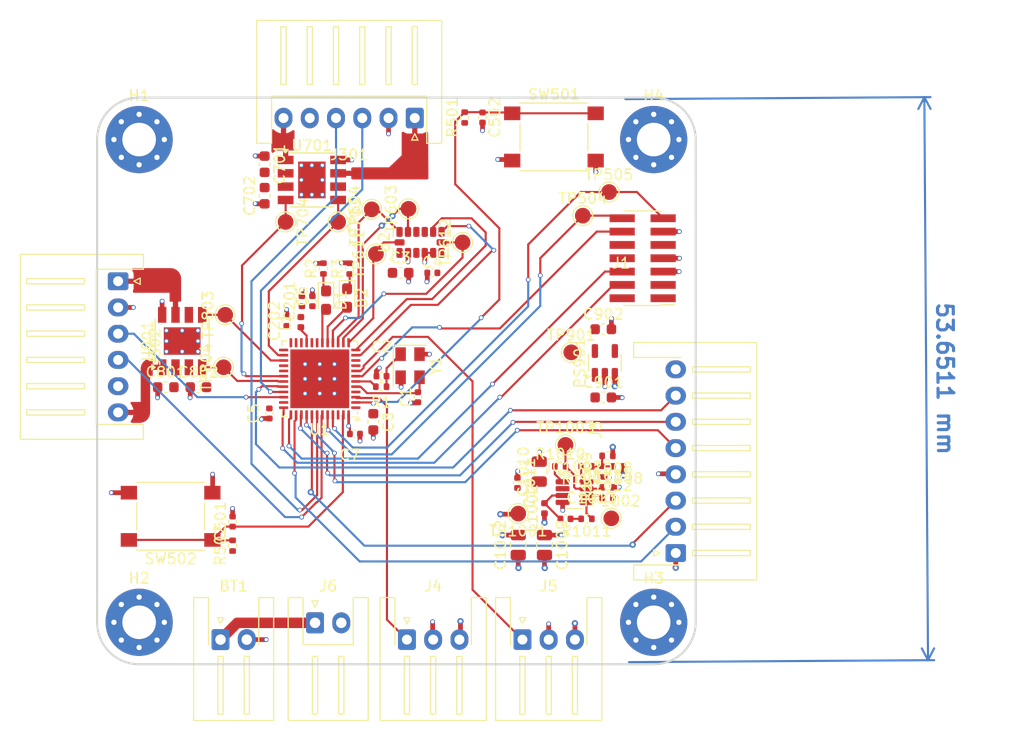
<source format=kicad_pcb>
(kicad_pcb (version 20240108) (generator "pcbnew") (generator_version "8.0")
  (title_block (title "Projet_VNOM"))
  (layers (0 "F.Cu" signal) (1 "In1.Cu" signal) (2 "In2.Cu" signal) (31 "B.Cu" signal) (34 "B.Paste" user) (35 "F.Paste" user) (36 "B.SilkS" user "B.Silkscreen") (37 "F.SilkS" user "F.Silkscreen") (38 "B.Mask" user) (39 "F.Mask" user) (44 "Edge.Cuts" user))
  (net 0 "")
  (net 1 "GND")
  (net 2 "Net-(BT1-+)")
  (net 3 "Net-(U1-PF0)")
  (net 4 "Net-(C2-Pad2)")
  (net 5 "+3.3V")
  (net 6 "+BATT")
  (net 7 "+5V")
  (net 8 "Net-(C1008-Pad2)")
  (net 9 "Net-(IC1002-SW)")
  (net 10 "Net-(C1013-Pad1)")
  (net 11 "Net-(IC1002-VCC)")
  (net 12 "/controle/LED_GREEN")
  (net 13 "Net-(D1-K)")
  (net 14 "/controle/LED_RED")
  (net 15 "Net-(D2-K)")
  (net 16 "Net-(IC1002-BST)")
  (net 17 "Net-(IC1002-PG)")
  (net 18 "Net-(IC1002-FB)")
  (net 19 "Net-(IC1002-EN{slash}SYNC)")
  (net 23 "/controle/SWCLK")
  (net 24 "/controle/VCP_RX")
  (net 26 "/controle/NRST")
  (net 27 "/controle/SWDIO")
  (net 29 "/controle/VCP_TX")
  (net 30 "/acquisition/EN_MOT")
  (net 31 "/acquisition/EN_LIDAR")
  (net 32 "/acquisition/VIT_MOT_LIDAR")
  (net 34 "/acquisition/RX_LIDAR")
  (net 35 "/acquisition/TX_LIDAR")
  (net 36 "/acquisition/TOF1")
  (net 37 "/acquisition/TOF2")
  (net 38 "/Deplacement/Driver_Motor1/OUT2")
  (net 39 "/Deplacement/Encoder B phase 1")
  (net 40 "/Deplacement/Encoder A phase 1")
  (net 41 "/Deplacement/Driver_Motor1/OUT1")
  (net 42 "/Deplacement/Encoder A phase 2")
  (net 43 "/Deplacement/Driver_Motor2/OUT1")
  (net 44 "/Deplacement/Encoder B phase 2")
  (net 45 "/Deplacement/Driver_Motor2/OUT2")
  (net 46 "Net-(U1-VDDA)")
  (net 48 "Net-(U1-PF1)")
  (net 49 "/controle/BTN_START")
  (net 50 "/controle/BTN_MODE")
  (net 53 "/acquisition/AG_MISO")
  (net 54 "/acquisition/AG_CSN")
  (net 55 "/acquisition/AG_INT2")
  (net 56 "/Deplacement/FWD2")
  (net 58 "/Deplacement/FWD1")
  (net 60 "/Deplacement/VREF1")
  (net 62 "/Deplacement/VREF2")
  (net 67 "/acquisition/AG_INT1")
  (net 68 "/acquisition/AG_MOSI")
  (net 69 "/acquisition/AG_SCLK")
  (footprint "Capacitor_SMD:C_0603_1608Metric" (layer "F.Cu") (at 89.2 63.575)
    (property "Reference" "C902")
    (property "Value" "1uF")
  )
  (footprint "Capacitor_SMD:C_0402_1005Metric" (layer "F.Cu") (at 81.025 78.22 -90)
    (property "Reference" "C1011")
    (property "Value" "0.1 uF")
  )
  (footprint "Capacitor_SMD:C_0402_1005Metric" (layer "F.Cu") (at 72.92 58.2 180)
    (property "Reference" "C4")
    (property "Value" "0.1 uF")
  )
  (footprint "Capacitor_SMD:C_0402_1005Metric" (layer "F.Cu") (at 68.08 68.05)
    (property "Reference" "C2")
    (property "Value" "10p")
  )
  (footprint "Resistor_SMD:R_0402_1005Metric" (layer "F.Cu") (at 89.1 77.14 -90)
    (property "Reference" "R1009")
    (property "Value" "7.68 k")
  )
  (footprint "TestPoint:TestPoint_Pad_D1.5mm" (layer "F.Cu") (at 67.55 56.4 90)
    (property "Reference" "TP611")
    (property "Value" "TestPoint")
  )
  (footprint "LED_SMD:LED_0603_1608Metric_Pad1.05x0.95mm_HandSolder" (layer "F.Cu") (at 62.8 60.8 -90)
    (property "Reference" "D1")
    (property "Value" "GREEN")
  )
  (footprint "Package_SO:Diodes_SO-8EP" (layer "F.Cu") (at 49.1 64.7 90)
    (property "Reference" "U801")
    (property "Value" "ZXBM5210-SP")
  )
  (footprint "Capacitor_SMD:C_0603_1608Metric" (layer "F.Cu") (at 56.9525 47.85 -90)
    (property "Reference" "C701")
    (property "Value" "1uF")
  )
  (footprint "LED_SMD:LED_0603_1608Metric_Pad1.05x0.95mm_HandSolder" (layer "F.Cu") (at 64.8 60.6 -90)
    (property "Reference" "D2")
    (property "Value" "RED")
  )
  (footprint "Connector_JST:JST_XH_S8B-XH-A-1_1x08_P2.50mm_Horizontal" (layer "F.Cu") (at 96.1 84.9 90)
    (property "Reference" "J3")
    (property "Value" "Conn_01x08")
  )
  (footprint "Capacitor_SMD:C_0805_2012Metric" (layer "F.Cu") (at 83.1 77.14 -90)
    (property "Reference" "C1010")
    (property "Value" "22 uF")
  )
  (footprint "TestPoint:TestPoint_Pad_D1.5mm" (layer "F.Cu") (at 85.6 74.595)
    (property "Reference" "TP1003")
    (property "Value" "TestPoint")
  )
  (footprint "Capacitor_SMD:C_0603_1608Metric" (layer "F.Cu") (at 47.5425 69.1)
    (property "Reference" "C801")
    (property "Value" "1uF")
  )
  (footprint "TestPoint:TestPoint_Pad_D1.5mm" (layer "F.Cu") (at 63.95 53.35 -90)
    (property "Reference" "TP703")
    (property "Value" "TestPoint")
  )
  (footprint "Package_SO:Diodes_SO-8EP" (layer "F.Cu") (at 61.45 49.35)
    (property "Reference" "U701")
    (property "Value" "ZXBM5210-SP")
  )
  (footprint "Package_TO_SOT_SMD:SOT-23-8" (layer "F.Cu") (at 86.4625 79.095)
    (property "Reference" "IC1002")
    (property "Value" "MP1475SGJ-P")
  )
  (footprint "Capacitor_SMD:C_0402_1005Metric" (layer "F.Cu") (at 59.05 62.78 90)
    (property "Reference" "C202")
    (property "Value" "100nF")
  )
  (footprint "Resistor_SMD:R_0402_1005Metric" (layer "F.Cu") (at 87.6 81.64 180)
    (property "Reference" "R1011")
    (property "Value" "20")
  )
  (footprint "Button_Switch_SMD:SW_Push_1P1T_NO_6x6mm_H9.5mm" (layer "F.Cu") (at 84.5 45.25)
    (property "Reference" "SW501")
    (property "Value" "SW_Push")
  )
  (footprint "Package_TO_SOT_SMD:SOT-23-5" (layer "F.Cu") (at 89.35 66.7875 90)
    (property "Reference" "PS901")
    (property "Value" "BU33SD5WG-TR")
  )
  (footprint "Resistor_SMD:R_0402_1005Metric" (layer "F.Cu") (at 76 43.4 90)
    (property "Reference" "R501")
    (property "Value" "470k")
  )
  (footprint "Resistor_SMD:R_0402_1005Metric" (layer "F.Cu") (at 65.05 57.8 90)
    (property "Reference" "R3")
    (property "Value" "1.3k")
  )
  (footprint "Connector_JST:JST_XH_S3B-XH-A-1_1x03_P2.50mm_Horizontal" (layer "F.Cu") (at 70.5 93.15)
    (property "Reference" "J4")
    (property "Value" "Conn_01x03")
  )
  (footprint "Connector_PinHeader_1.27mm:PinHeader_2x07_P1.27mm_Vertical_SMD" (layer "F.Cu") (at 92.95 56.81 180)
    (property "Reference" "J1")
    (property "Value" "Conn_ST_STDC14")
  )
  (footprint "Crystal:Crystal_SMD_EuroQuartz_MT-4Pin_3.2x2.5mm" (layer "F.Cu") (at 70.8 67.05 -90)
    (property "Reference" "Y1")
    (property "Value" "16 MHz")
  )
  (footprint "MountingHole:MountingHole_3.2mm_M3_Pad_Via" (layer "F.Cu") (at 94 45.5)
    (property "Reference" "H4")
    (property "Value" "MountingHole_Pad" (hide yes))
  )
  (footprint "TestPoint:TestPoint_Pad_D1.5mm" (layer "F.Cu") (at 70.65 52.1 90)
    (property "Reference" "TP603")
    (property "Value" "TestPoint")
  )
  (footprint "Resistor_SMD:R_0402_1005Metric" (layer "F.Cu") (at 89.6 79.64)
    (property "Reference" "R1012")
    (property "Value" "100k")
  )
  (footprint "MountingHole:MountingHole_3.2mm_M3_Pad_Via" (layer "F.Cu") (at 45 91.5)
    (property "Reference" "H2")
    (property "Value" "MountingHole_Pad" (hide yes))
  )
  (footprint "Capacitor_SMD:C_0402_1005Metric" (layer "F.Cu") (at 89.6 78.64)
    (property "Reference" "C1014")
    (property "Value" "0.1 uF")
  )
  (footprint "Package_DFN_QFN:QFN-48-1EP_7x7mm_P0.5mm_EP5.6x5.6mm" (layer "F.Cu") (at 62.2 68.3 180)
    (property "Reference" "U1")
    (property "Value" "STM32G431CBU6")
  )
  (footprint "Resistor_SMD:R_0402_1005Metric" (layer "F.Cu") (at 89.6 75.64 180)
    (property "Reference" "R1008")
    (property "Value" "40.2 k")
  )
  (footprint "Connector_JST:JST_XH_S2B-XH-A-1_1x02_P2.50mm_Horizontal" (layer "F.Cu") (at 52.75 93.15)
    (property "Reference" "BT1")
    (property "Value" "+7.2V")
  )
  (footprint "TestPoint:TestPoint_Pad_D1.5mm" (layer "F.Cu") (at 67.15 52.15 90)
    (property "Reference" "TP604")
    (property "Value" "TestPoint")
  )
  (footprint "TestPoint:TestPoint_Pad_D1.5mm" (layer "F.Cu") (at 53.0425 67.2 90)
    (property "Reference" "TP804")
    (property "Value" "TestPoint")
  )
  (footprint "TestPoint:TestPoint_Pad_D1.5mm" (layer "F.Cu") (at 53.195 62.2 90)
    (property "Reference" "TP803")
    (property "Value" "TestPoint")
  )
  (footprint "TestPoint:TestPoint_Pad_D1.5mm" (layer "F.Cu") (at 86.15 65.775)
    (property "Reference" "TP901")
    (property "Value" "TestPoint")
  )
  (footprint "TestPoint:TestPoint_Pad_D1.5mm" (layer "F.Cu") (at 87.25 52.75)
    (property "Reference" "TP504")
    (property "Value" "TestPoint")
  )
  (footprint "TestPoint:TestPoint_Pad_D1.5mm" (layer "F.Cu") (at 89.75 50.5)
    (property "Reference" "TP505")
    (property "Value" "TestPoint")
  )
  (footprint "Capacitor_SMD:C_0402_1005Metric" (layer "F.Cu") (at 77.7 43.4 -90)
    (property "Reference" "C502")
    (property "Value" "100nf")
  )
  (footprint "Connector_JST:JST_XH_S2B-XH-A_1x02_P2.50mm_Horizontal" (layer "F.Cu") (at 61.75 91.55)
    (property "Reference" "J6")
    (property "Value" "Switch ON/OFF")
  )
  (footprint "Capacitor_SMD:C_0402_1005Metric" (layer "F.Cu") (at 57.4 71.6 -90)
    (property "Reference" "C5")
    (property "Value" "100nF")
  )
  (footprint "Resistor_SMD:R_0402_1005Metric" (layer "F.Cu") (at 53.9 84.2 90)
    (property "Reference" "R502")
    (property "Value" "470k")
  )
  (footprint "Capacitor_SMD:C_0603_1608Metric" (layer "F.Cu") (at 50.6425 69.1)
    (property "Reference" "C802")
    (property "Value" "10uF")
  )
  (footprint "MountingHole:MountingHole_3.2mm_M3_Pad_Via" (layer "F.Cu") (at 94 91.5)
    (property "Reference" "H3")
    (property "Value" "MountingHole_Pad" (hide yes))
  )
  (footprint "Inductor_SMD:L_0402_1005Metric" (layer "F.Cu") (at 60.4 62.9 -90)
    (property "Reference" "L1")
    (property "Value" "39nH")
  )
  (footprint "Capacitor_SMD:C_0603_1608Metric" (layer "F.Cu") (at 56.9525 50.85 90)
    (property "Reference" "C702")
    (property "Value" "10uF")
  )
  (footprint "Capacitor_SMD:C_0603_1608Metric" (layer "F.Cu") (at 89.2 70.075)
    (property "Reference" "C901")
    (property "Value" "1uF")
  )
  (footprint "Capacitor_SMD:C_0805_2012Metric" (layer "F.Cu") (at 83.6 84.14 -90)
    (property "Reference" "C1009")
    (property "Value" "22 uF")
  )
  (footprint "Inductor_SMD:L_0402_1005Metric" (layer "F.Cu") (at 83.6 80.64 90)
    (property "Reference" "L1002")
    (property "Value" "4.7 uH")
  )
  (footprint "Connector_JST:JST_XH_S6B-XH-A_1x06_P2.50mm_Horizontal" (layer "F.Cu") (at 71.25 43.45 180)
    (property "Reference" "J301")
    (property "Value" "Conn_01x06")
  )
  (footprint "TestPoint:TestPoint_Pad_D1.5mm" (layer "F.Cu") (at 89.9625 81.595)
    (property "Reference" "TP1002")
    (property "Value" "TestPoint")
  )
  (footprint "Package_LGA:LGA-14_3x5mm_P0.8mm_LayoutBorder1x6y" (layer "F.Cu") (at 71.8 55.3 90)
    (property "Reference" "U2")
    (property "Value" "ADXL343")
  )
  (footprint "TestPoint:TestPoint_Pad_D1.5mm" (layer "F.Cu") (at 58.95 53.35 -90)
    (property "Reference" "TP704")
    (property "Value" "TestPoint")
  )
  (footprint "TestPoint:TestPoint_Pad_D1.5mm" (layer "F.Cu") (at 81.1 81.14 180)
    (property "Reference" "TP1001")
    (property "Value" "TestPoint")
  )
  (footprint "Connector_JST:JST_XH_S3B-XH-A-1_1x03_P2.50mm_Horizontal" (layer "F.Cu") (at 81.5 93.15)
    (property "Reference" "J5")
    (property "Value" "Conn_01x03")
  )
  (footprint "Capacitor_SMD:C_0402_1005Metric" (layer "F.Cu") (at 65.55 73.55)
    (property "Reference" "C7")
    (property "Value" "100nF")
  )
  (footprint "Resistor_SMD:R_0402_1005Metric" (layer "F.Cu") (at 87.6 76.64 180)
    (property "Reference" "R1007")
    (property "Value" "16 k")
  )
  (footprint "Capacitor_SMD:C_0402_1005Metric" (layer "F.Cu") (at 71.55 70.05 90)
    (property "Reference" "C1")
    (property "Value" "10p")
  )
  (footprint "Capacitor_SMD:C_0805_2012Metric" (layer "F.Cu") (at 81.1 84.14 90)
    (property "Reference" "C1012")
    (property "Value" "22 uF")
  )
  (footprint "Capacitor_SMD:C_0402_1005Metric" (layer "F.Cu") (at 85.6 81.64 180)
    (property "Reference" "C1013")
    (property "Value" "0.1 uF")
  )
  (footprint "Button_Switch_SMD:SW_Push_1P1T_NO_6x6mm_H9.5mm" (layer "F.Cu") (at 48 81.4 180)
    (property "Reference" "SW502")
    (property "Value" "SW_Push")
  )
  (footprint "Resistor_SMD:R_0402_1005Metric" (layer "F.Cu") (at 85.1 76.64)
    (property "Reference" "R1010")
    (property "Value" "100 k")
  )
  (footprint "Capacitor_SMD:C_0603_1608Metric" (layer "F.Cu") (at 69.9 58.2)
    (property "Reference" "C3")
    (property "Value" "10 uF")
  )
  (footprint "Connector_JST:JST_XH_S6B-XH-A_1x06_P2.50mm_Horizontal" (layer "F.Cu") (at 43 59 -90)
    (property "Reference" "J302")
    (property "Value" "Conn_01x06")
  )
  (footprint "Resistor_SMD:R_0402_1005Metric" (layer "F.Cu") (at 62.55 57.79 90)
    (property "Reference" "R2")
    (property "Value" "100")
  )
  (footprint "MountingHole:MountingHole_3.2mm_M3_Pad_Via" (layer "F.Cu") (at 45 45.5)
    (property "Reference" "H1")
    (property "Value" "MountingHole_Pad" (hide yes))
  )
  (footprint "Capacitor_SMD:C_0402_1005Metric" (layer "F.Cu") (at 53.9 81.9 90)
    (property "Reference" "C501")
    (property "Value" "100nf")
  )
  (footprint "Capacitor_SMD:C_0402_1005Metric" (layer "F.Cu") (at 61.5 60.9 90)
    (property "Reference" "C6")
    (property "Value" "100nF")
  )
  (footprint "Capacitor_SMD:C_0402_1005Metric" (layer "F.Cu") (at 90.6 76.64 180)
    (property "Reference" "C1008")
    (property "Value" "15 pF")
  )
  (footprint "Resistor_SMD:R_0402_1005Metric" (layer "F.Cu") (at 68.05 69.05 180)
    (property "Reference" "R1")
    (property "Value" "10")
  )
  (footprint "TestPoint:TestPoint_Pad_D1.5mm" (layer "F.Cu") (at 75.8 55.3 90)
    (property "Reference" "TP612")
    (property "Value" "TestPoint")
  )
  (footprint "Capacitor_SMD:C_0402_1005Metric" (layer "F.Cu") (at 60.5 60.9 90)
    (property "Reference" "C201")
    (property "Value" "10nF")
  )
  (footprint "Capacitor_SMD:C_0603_1608Metric" (layer "F.Cu") (at 67.3 72.4 -90)
    (property "Reference" "C8")
    (property "Value" "4.7uF")
  )
  (gr_line (start 45 41.5) (end 94 41.5) (stroke (width 0.2)) (layer "Edge.Cuts"))
  (gr_line (start 94 95.5) (end 45 95.5) (stroke (width 0.2)) (layer "Edge.Cuts"))
  (gr_line (start 98 45.5) (end 98 91.5) (stroke (width 0.2)) (layer "Edge.Cuts"))
  (gr_arc (start 98 91.5) (mid 96.828427 94.328427) (end 94 95.5) (stroke (width 0.2)) (layer "Edge.Cuts"))
  (gr_arc (start 41 45.5) (mid 42.171573 42.671573) (end 45 41.5) (stroke (width 0.2)) (layer "Edge.Cuts"))
  (gr_line (start 41 91.5) (end 41 45.5) (stroke (width 0.2)) (layer "Edge.Cuts"))
  (gr_arc (start 94 41.5) (mid 96.828427 42.671573) (end 98 45.5) (stroke (width 0.2)) (layer "Edge.Cuts"))
  (gr_arc (start 45 95.5) (mid 42.171573 94.328427) (end 41 91.5) (stroke (width 0.2)) (layer "Edge.Cuts"))
  (dimension (type aligned) (layer "B.Cu") (pts (xy 90.8 41.65) (xy 91.15 95.3)) (height -28.974152) (gr_text "53,6511 mm" (at 121.748497 68.27424 270.3737789) (layer "B.Cu") (effects (font (size 1.5 1.5) (thickness 0.3)))) (format (prefix "") (suffix "") (units 3) (units_format 1) (precision 4)) (style (thickness 0.2) (arrow_length 1.27) (text_position_mode 0) (extension_height 0.58642) (extension_offset 0.5) keep_text_aligned))
  (segment (start 85.325 80.07) (end 85.325 80.62) (width 0.45) (layer "F.Cu") (net 1))
  (segment (start 57.4 72.08) (end 56.72 72.08) (width 0.45) (layer "F.Cu") (net 1))
  (segment (start 81.1 83.19) (end 79.61 83.19) (width 0.45) (layer "F.Cu") (net 1))
  (segment (start 72.65 65.95) (end 71.7 65.95) (width 0.45) (layer "F.Cu") (net 1))
  (segment (start 81.05 77.715) (end 81.025 77.74) (width 0.2) (layer "F.Cu") (net 1))
  (segment (start 63.9475 47.445) (end 65.245 47.445) (width 0.45) (layer "F.Cu") (net 1))
  (segment (start 79.15 47.4) (end 80.425 47.4) (width 0.45) (layer "F.Cu") (net 1))
  (segment (start 56.9525 47.075) (end 56.075 47.075) (width 0.45) (layer "F.Cu") (net 1))
  (segment (start 80.425 47.4) (end 80.525 47.5) (width 0.2) (layer "F.Cu") (net 1))
  (segment (start 56.075 47.075) (end 56.05 47.05) (width 0.2) (layer "F.Cu") (net 1))
  (segment (start 43 61.5) (end 44.45 61.5) (width 0.45) (layer "F.Cu") (net 1))
  (segment (start 47.1925 60.9) (end 47.1925 62.2) (width 0.45) (layer "F.Cu") (net 1))
  (segment (start 57.1 93.15) (end 55.25 93.15) (width 0.45) (layer "F.Cu") (net 1))
  (segment (start 89.35 67.925) (end 89.35 69.05) (width 0.45) (layer "F.Cu") (net 1))
  (segment (start 49.85 70.0925) (end 49.85 70.1) (width 0.2) (layer "F.Cu") (net 1))
  (segment (start 71.48 70.6) (end 71.55 70.53) (width 0.2) (layer "F.Cu") (net 1))
  (segment (start 46.7675 70.075) (end 46.75 70.0925) (width 0.2) (layer "F.Cu") (net 1))
  (segment (start 56.9525 51.625) (end 56.075 51.625) (width 0.45) (layer "F.Cu") (net 1))
  (segment (start 94.9 58.08) (end 96.42 58.08) (width 0.45) (layer "F.Cu") (net 1))
  (segment (start 70.6 57.15) (end 70.6 56.3) (width 0.45) (layer "F.Cu") (net 1))
  (segment (start 72.2 56.3) (end 72.2 57.2) (width 0.45) (layer "F.Cu") (net 1))
  (segment (start 62.53 57.3) (end 62.55 57.28) (width 0.2) (layer "F.Cu") (net 1))
  (segment (start 68.75 43.45) (end 68.75 44.95) (width 0.45) (layer "F.Cu") (net 1))
  (segment (start 52 77.4) (end 52 79.125) (width 0.45) (layer "F.Cu") (net 1))
  (segment (start 47.1925 62.2) (end 47.195 62.2025) (width 0.2) (layer "F.Cu") (net 1))
  (segment (start 72.44 58.2) (end 72.44 59.01) (width 0.45) (layer "F.Cu") (net 1))
  (segment (start 81.05 77.1) (end 81.05 77.715) (width 0.45) (layer "F.Cu") (net 1))
  (segment (start 89.975 62.575) (end 90 62.55) (width 0.2) (layer "F.Cu") (net 1))
  (segment (start 90.705 78.64) (end 90.725 78.62) (width 0.2) (layer "F.Cu") (net 1))
  (segment (start 89.1 77.65) (end 89.755 77.65) (width 0.45) (layer "F.Cu") (net 1))
  (segment (start 49.8675 69.1) (end 49.8675 70.075) (width 0.45) (layer "F.Cu") (net 1))
  (segment (start 83.6 85.09) (end 83.6 86.295) (width 0.45) (layer "F.Cu") (net 1))
  (segment (start 70.675 58.2) (end 70.675 59.025) (width 0.45) (layer "F.Cu") (net 1))
  (segment (start 85.344207 80.639207) (end 85.344207 80.834983) (width 0.2) (layer "F.Cu") (net 1))
  (segment (start 94.9 54.27) (end 94.07 54.27) (width 0.2) (layer "F.Cu") (net 1))
  (segment (start 64.25 57.25) (end 65.01 57.25) (width 0.45) (layer "F.Cu") (net 1))
  (segment (start 53.9 81.42) (end 53.9 80.65) (width 0.45) (layer "F.Cu") (net 1))
  (segment (start 89.975 63.575) (end 89.975 62.575) (width 0.45) (layer "F.Cu") (net 1))
  (segment (start 85.325 80.62) (end 85.344207 80.639207) (width 0.2) (layer "F.Cu") (net 1))
  (segment (start 56.075 51.625) (end 56.05 51.6) (width 0.2) (layer "F.Cu") (net 1))
  (segment (start 49.8675 70.075) (end 49.85 70.0925) (width 0.2) (layer "F.Cu") (net 1))
  (segment (start 42.35 79.15) (end 44.025 79.15) (width 0.45) (layer "F.Cu") (net 1))
  (segment (start 70.675 56.375) (end 70.6 56.3) (width 0.2) (layer "F.Cu") (net 1))
  (segment (start 88.475 47.5) (end 88.475 48.575) (width 0.45) (layer "F.Cu") (net 1))
  (segment (start 94.45 77.35) (end 96.05 77.35) (width 0.45) (layer "F.Cu") (net 1))
  (segment (start 83.6 86.295) (end 83.625 86.32) (width 0.2) (layer "F.Cu") (net 1))
  (segment (start 67.874265 67.274265) (end 67.6 67.54853) (width 0.45) (layer "F.Cu") (net 1))
  (segment (start 84 91.65) (end 84 93.15) (width 0.45) (layer "F.Cu") (net 1))
  (segment (start 96.05 77.35) (end 96.1 77.4) (width 0.2) (layer "F.Cu") (net 1))
  (segment (start 94.9 56.81) (end 96.46 56.81) (width 0.45) (layer "F.Cu") (net 1))
  (segment (start 88.475 48.575) (end 88.5 48.6) (width 0.2) (layer "F.Cu") (net 1))
  (segment (start 77.7 43.88) (end 77.7 44.65) (width 0.45) (layer "F.Cu") (net 1))
  (segment (start 61.5 59.83) (end 61.5 60.42) (width 0.45) (layer "F.Cu") (net 1))
  (segment (start 90.975 70.075) (end 91 70.1) (width 0.2) (layer "F.Cu") (net 1))
  (segment (start 96.45 54.27) (end 94.9 54.27) (width 0.45) (layer "F.Cu") (net 1))
  (segment (start 83.125 76.165) (end 83.1 76.19) (width 0.2) (layer "F.Cu") (net 1))
  (segment (start 59.05 61.7) (end 59.05 62.3) (width 0.45) (layer "F.Cu") (net 1))
  (segment (start 72.95 93.1) (end 73 93.15) (width 0.2) (layer "F.Cu") (net 1))
  (segment (start 70.675 59.025) (end 70.65 59.05) (width 0.2) (layer "F.Cu") (net 1))
  (segment (start 83.125 75.27) (end 83.125 76.165) (width 0.45) (layer "F.Cu") (net 1))
  (segment (start 56.72 72.08) (end 56.65 72.15) (width 0.2) (layer "F.Cu") (net 1))
  (segment (start 66.03 73.55) (end 66.03 74.23) (width 0.45) (layer "F.Cu") (net 1))
  (segment (start 69.95 69.1) (end 69.95 68.2) (width 0.45) (layer "F.Cu") (net 1))
  (segment (start 65.245 47.445) (end 65.25 47.45) (width 0.2) (layer "F.Cu") (net 1))
  (segment (start 72.2 56.3) (end 73 56.3) (width 0.2) (layer "F.Cu") (net 1))
  (segment (start 72.95 91.45) (end 72.95 93.1) (width 0.45) (layer "F.Cu") (net 1))
  (segment (start 52 79.125) (end 51.975 79.15) (width 0.2) (layer "F.Cu") (net 1))
  (segment (start 69.95 68.2) (end 69.9 68.15) (width 0.2) (layer "F.Cu") (net 1))
  (segment (start 70.85 70.6) (end 71.48 70.6) (width 0.45) (layer "F.Cu") (net 1))
  (segment (start 60.5 59.83) (end 60.5 60.42) (width 0.45) (layer "F.Cu") (net 1))
  (segment (start 46.75 70.0925) (end 46.75 70.1) (width 0.2) (layer "F.Cu") (net 1))
  (segment (start 67.3 73.175) (end 67.3 73.95) (width 0.45) (layer "F.Cu") (net 1))
  (segment (start 89.755 77.65) (end 89.775 77.67) (width 0.2) (layer "F.Cu") (net 1))
  (segment (start 67.6 67.54853) (end 67.6 68.05) (width 0.45) (layer "F.Cu") (net 1))
  (segment (start 72.44 59.01) (end 72.4 59.05) (width 0.2) (layer "F.Cu") (net 1))
  (segment (start 89.975 70.075) (end 90.975 70.075) (width 0.45) (layer "F.Cu") (net 1))
  (segment (start 79.61 83.19) (end 79.6 83.2) (width 0.2) (layer "F.Cu") (net 1))
  (segment (start 46.7675 69.1) (end 46.7675 70.075) (width 0.45) (layer "F.Cu") (net 1))
  (segment (start 65.01 57.25) (end 65.05 57.29) (width 0.2) (layer "F.Cu") (net 1))
  (segment (start 61.8 57.3) (end 62.53 57.3) (width 0.45) (layer "F.Cu") (net 1))
  (segment (start 90.08 78.64) (end 90.705 78.64) (width 0.45) (layer "F.Cu") (net 1))
  (via (at 72.2 57.2) (size 0.45) (drill 0.3) (layers "F.Cu" "B.Cu") (net 1))
  (via (at 46.75 70.1) (size 0.45) (drill 0.3) (layers "F.Cu" "B.Cu") (net 1))
  (via (at 72.65 65.95) (size 0.45) (drill 0.3) (layers "F.Cu" "B.Cu") (net 1))
  (via (at 62.2 69.7) (size 0.45) (drill 0.3) (layers "F.Cu" "B.Cu") (net 1))
  (via (at 96.46 56.81) (size 0.45) (drill 0.3) (layers "F.Cu" "B.Cu") (net 1))
  (via (at 49.85 70.1) (size 0.45) (drill 0.3) (layers "F.Cu" "B.Cu") (net 1))
  (via (at 52 77.4) (size 0.45) (drill 0.3) (layers "F.Cu" "B.Cu") (net 1))
  (via (at 50.6 65.7) (size 0.45) (drill 0.3) (layers "F.Cu" "B.Cu") (net 1))
  (via (at 53.9 80.65) (size 0.45) (drill 0.3) (layers "F.Cu" "B.Cu") (net 1))
  (via (at 62.45 49.35) (size 0.45) (drill 0.3) (layers "F.Cu" "B.Cu") (net 1))
  (via (at 84 91.65) (size 0.45) (drill 0.3) (layers "F.Cu" "B.Cu") (net 1))
  (via (at 66.03 74.23) (size 0.45) (drill 0.3) (layers "F.Cu" "B.Cu") (net 1))
  (via (at 56.65 72.15) (size 0.45) (drill 0.3) (layers "F.Cu" "B.Cu") (net 1))
  (via (at 61.45 50.75) (size 0.45) (drill 0.3) (layers "F.Cu" "B.Cu") (net 1))
  (via (at 67.3 73.95) (size 0.45) (drill 0.3) (layers "F.Cu" "B.Cu") (net 1))
  (via (at 47.6 64.7) (size 0.45) (drill 0.3) (layers "F.Cu" "B.Cu") (net 1))
  (via (at 89.35 69.05) (size 0.45) (drill 0.3) (layers "F.Cu" "B.Cu") (net 1))
  (via (at 50.6 63.7) (size 0.45) (drill 0.3) (layers "F.Cu" "B.Cu") (net 1))
  (via (at 47.1925 60.9) (size 0.45) (drill 0.3) (layers "F.Cu" "B.Cu") (net 1))
  (via (at 77.7 44.65) (size 0.45) (drill 0.3) (layers "F.Cu" "B.Cu") (net 1))
  (via (at 60.45 49.35) (size 0.45) (drill 0.3) (layers "F.Cu" "B.Cu") (net 1))
  (via (at 60.45 47.95) (size 0.45) (drill 0.3) (layers "F.Cu" "B.Cu") (net 1))
  (via (at 62.2 66.9) (size 0.45) (drill 0.3) (layers "F.Cu" "B.Cu") (net 1))
  (via (at 72.95 91.45) (size 0.45) (drill 0.3) (layers "F.Cu" "B.Cu") (net 1))
  (via (at 61.5 59.83) (size 0.45) (drill 0.3) (layers "F.Cu" "B.Cu") (net 1))
  (via (at 42.35 79.15) (size 0.45) (drill 0.3) (layers "F.Cu" "B.Cu") (net 1))
  (via (at 49.1 65.7) (size 0.45) (drill 0.3) (layers "F.Cu" "B.Cu") (net 1))
  (via (at 63.6 66.9) (size 0.45) (drill 0.3) (layers "F.Cu" "B.Cu") (net 1))
  (via (at 64.25 57.25) (size 0.45) (drill 0.3) (layers "F.Cu" "B.Cu") (net 1))
  (via (at 68.75 44.95) (size 0.45) (drill 0.3) (layers "F.Cu" "B.Cu") (net 1))
  (via (at 90 62.55) (size 0.45) (drill 0.3) (layers "F.Cu" "B.Cu") (net 1))
  (via (at 83.625 86.32) (size 0.6) (drill 0.3) (layers "F.Cu" "B.Cu") (net 1))
  (via (at 70.6 57.15) (size 0.45) (drill 0.3) (layers "F.Cu" "B.Cu") (net 1))
  (via (at 63.6 68.3) (size 0.45) (drill 0.3) (layers "F.Cu" "B.Cu") (net 1))
  (via (at 60.8 68.3) (size 0.45) (drill 0.3) (layers "F.Cu" "B.Cu") (net 1))
  (via (at 96.42 58.08) (size 0.45) (drill 0.3) (layers "F.Cu" "B.Cu") (net 1))
  (via (at 70.85 70.6) (size 0.45) (drill 0.3) (layers "F.Cu" "B.Cu") (net 1))
  (via (at 62.45 47.95) (size 0.45) (drill 0.3) (layers "F.Cu" "B.Cu") (net 1))
  (via (at 56.05 51.6) (size 0.45) (drill 0.3) (layers "F.Cu" "B.Cu") (net 1))
  (via (at 56.05 47.05) (size 0.45) (drill 0.3) (layers "F.Cu" "B.Cu") (net 1))
  (via (at 96.45 54.27) (size 0.45) (drill 0.3) (layers "F.Cu" "B.Cu") (net 1))
  (via (at 81.05 77.1) (size 0.45) (drill 0.3) (layers "F.Cu" "B.Cu") (net 1))
  (via (at 60.45 50.75) (size 0.45) (drill 0.3) (layers "F.Cu" "B.Cu") (net 1))
  (via (at 62.45 50.75) (size 0.45) (drill 0.3) (layers "F.Cu" "B.Cu") (net 1))
  (via (at 79.15 47.4) (size 0.45) (drill 0.3) (layers "F.Cu" "B.Cu") (net 1))
  (via (at 90.725 78.62) (size 0.45) (drill 0.3) (layers "F.Cu" "B.Cu") (net 1))
  (via (at 60.5 59.83) (size 0.45) (drill 0.3) (layers "F.Cu" "B.Cu") (net 1))
  (via (at 91 70.1) (size 0.45) (drill 0.3) (layers "F.Cu" "B.Cu") (net 1))
  (via (at 59.05 61.7) (size 0.45) (drill 0.3) (layers "F.Cu" "B.Cu") (net 1))
  (via (at 70.65 59.05) (size 0.45) (drill 0.3) (layers "F.Cu" "B.Cu") (net 1))
  (via (at 47.6 63.7) (size 0.45) (drill 0.3) (layers "F.Cu" "B.Cu") (net 1))
  (via (at 61.45 47.95) (size 0.45) (drill 0.3) (layers "F.Cu" "B.Cu") (net 1))
  (via (at 60.8 66.9) (size 0.45) (drill 0.3) (layers "F.Cu" "B.Cu") (net 1))
  (via (at 65.25 47.45) (size 0.45) (drill 0.3) (layers "F.Cu" "B.Cu") (net 1))
  (via (at 44.45 61.5) (size 0.45) (drill 0.3) (layers "F.Cu" "B.Cu") (net 1))
  (via (at 50.6 64.7) (size 0.45) (drill 0.3) (layers "F.Cu" "B.Cu") (net 1))
  (via (at 88.5 48.6) (size 0.45) (drill 0.3) (layers "F.Cu" "B.Cu") (net 1))
  (via (at 79.6 83.2) (size 0.6) (drill 0.3) (layers "F.Cu" "B.Cu") (net 1))
  (via (at 60.8 69.7) (size 0.45) (drill 0.3) (layers "F.Cu" "B.Cu") (net 1))
  (via (at 47.6 65.7) (size 0.45) (drill 0.3) (layers "F.Cu" "B.Cu") (net 1))
  (via (at 61.8 57.3) (size 0.45) (drill 0.3) (layers "F.Cu" "B.Cu") (net 1))
  (via (at 49.1 63.7) (size 0.45) (drill 0.3) (layers "F.Cu" "B.Cu") (net 1))
  (via (at 72.4 59.05) (size 0.45) (drill 0.3) (layers "F.Cu" "B.Cu") (net 1))
  (via (at 69.95 69.1) (size 0.45) (drill 0.3) (layers "F.Cu" "B.Cu") (net 1))
  (via (at 67.874265 67.274265) (size 0.45) (drill 0.3) (layers "F.Cu" "B.Cu") (net 1))
  (via (at 94.45 77.35) (size 0.45) (drill 0.3) (layers "F.Cu" "B.Cu") (net 1))
  (via (at 63.6 69.7) (size 0.45) (drill 0.3) (layers "F.Cu" "B.Cu") (net 1))
  (via (at 83.125 75.27) (size 0.45) (drill 0.3) (layers "F.Cu" "B.Cu") (net 1))
  (via (at 62.2 68.3) (size 0.45) (drill 0.3) (layers "F.Cu" "B.Cu") (net 1))
  (via (at 57.1 93.15) (size 0.45) (drill 0.3) (layers "F.Cu" "B.Cu") (net 1))
  (via (at 85.344207 80.834983) (size 0.45) (drill 0.3) (layers "F.Cu" "B.Cu") (net 1))
  (via (at 89.775 77.67) (size 0.45) (drill 0.3) (layers "F.Cu" "B.Cu") (net 1))
  (segment (start 54.35 91.55) (end 52.75 93.15) (width 1) (layer "F.Cu") (net 2))
  (segment (start 61.75 91.55) (end 54.35 91.55) (width 1) (layer "F.Cu") (net 2))
  (segment (start 71.7 68.15) (end 71.7 69.42) (width 0.2) (layer "F.Cu") (net 3))
  (segment (start 71.55 69.57) (end 71.45 69.67) (width 0.2) (layer "F.Cu") (net 3))
  (segment (start 66.089386 69.05) (end 65.6375 69.05) (width 0.2) (layer "F.Cu") (net 3))
  (segment (start 71.7 69.42) (end 71.55 69.57) (width 0.2) (layer "F.Cu") (net 3))
  (segment (start 71.45 69.67) (end 66.709386 69.67) (width 0.2) (layer "F.Cu") (net 3))
  (segment (start 66.709386 69.67) (end 66.089386 69.05) (width 0.2) (layer "F.Cu") (net 3))
  (segment (start 68.56 67.29) (end 68.56 68.05) (width 0.2) (layer "F.Cu") (net 4))
  (segment (start 68.56 68.05) (end 68.56 69.05) (width 0.2) (layer "F.Cu") (net 4))
  (segment (start 69.9 65.95) (end 68.56 67.29) (width 0.2) (layer "F.Cu") (net 4))
  (segment (start 94.9 59.35) (end 95.73 59.35) (width 0.2) (layer "F.Cu") (net 5))
  (segment (start 64.95 72.8) (end 64.95 71.7375) (width 0.25) (layer "F.Cu") (net 5))
  (segment (start 65.07 73.55) (end 65.07 72.92) (width 0.2) (layer "F.Cu") (net 5))
  (segment (start 65.07 72.92) (end 64.95 72.8) (width 0.2) (layer "F.Cu") (net 5))
  (via (at 64.95 72.8) (size 0.45) (drill 0.3) (layers "F.Cu" "B.Cu") (net 5))
  (segment (start 79.4 81.2) (end 81.04 81.2) (width 0.45) (layer "F.Cu") (net 7))
  (segment (start 90.1 75.63) (end 90.11 75.64) (width 0.2) (layer "F.Cu") (net 7))
  (segment (start 91.08 77.48) (end 91.1 77.5) (width 0.2) (layer "F.Cu") (net 7))
  (segment (start 75.6 91.4) (end 75.6 93.05) (width 0.45) (layer "F.Cu") (net 7))
  (segment (start 91.08 76.64) (end 91.08 77.48) (width 0.45) (layer "F.Cu") (net 7))
  (segment (start 90.3 67.925) (end 90.3 69) (width 0.45) (layer "F.Cu") (net 7))
  (segment (start 83.6 83.19) (end 85.19 83.19) (width 0.45) (layer "F.Cu") (net 7))
  (segment (start 81.1 85.09) (end 81.1 86.295) (width 0.45) (layer "F.Cu") (net 7))
  (segment (start 75.6 93.05) (end 75.5 93.15) (width 0.2) (layer "F.Cu") (net 7))
  (segment (start 86.5 91.6) (end 86.5 93.15) (width 0.45) (layer "F.Cu") (net 7))
  (segment (start 85.19 83.19) (end 85.2 83.2) (width 0.2) (layer "F.Cu") (net 7))
  (segment (start 90.1 74.8) (end 90.1 75.63) (width 0.45) (layer "F.Cu") (net 7))
  (segment (start 81.04 81.2) (end 81.1 81.14) (width 0.2) (layer "F.Cu") (net 7))
  (segment (start 83.6 82) (end 83.6 81.125) (width 0.45) (layer "F.Cu") (net 7))
  (segment (start 81.1 86.295) (end 81.125 86.32) (width 0.2) (layer "F.Cu") (net 7))
  (segment (start 96.1 84.9) (end 96.1 86.3) (width 0.45) (layer "F.Cu") (net 7))
  (via (at 90.1 74.8) (size 0.6) (drill 0.3) (layers "F.Cu" "B.Cu") (net 7))
  (via (at 79.4 81.2) (size 0.6) (drill 0.3) (layers "F.Cu" "B.Cu") (net 7))
  (via (at 75.6 91.4) (size 0.6) (drill 0.3) (layers "F.Cu" "B.Cu") (net 7))
  (via (at 81.125 86.32) (size 0.6) (drill 0.3) (layers "F.Cu" "B.Cu") (net 7))
  (via (at 90.3 69) (size 0.6) (drill 0.3) (layers "F.Cu" "B.Cu") (net 7))
  (via (at 91.1 77.5) (size 0.6) (drill 0.3) (layers "F.Cu" "B.Cu") (net 7))
  (via (at 85.2 83.2) (size 0.6) (drill 0.3) (layers "F.Cu" "B.Cu") (net 7))
  (via (at 83.6 82) (size 0.6) (drill 0.3) (layers "F.Cu" "B.Cu") (net 7))
  (via (at 96.1 86.3) (size 0.6) (drill 0.3) (layers "F.Cu" "B.Cu") (net 7))
  (via (at 86.5 91.6) (size 0.6) (drill 0.3) (layers "F.Cu" "B.Cu") (net 7))
  (segment (start 89.11 76.64) (end 89.1 76.63) (width 0.2) (layer "F.Cu") (net 8))
  (segment (start 89.09 76.62) (end 89.1 76.63) (width 0.2) (layer "F.Cu") (net 8))
  (segment (start 89.09 75.64) (end 89.09 76.62) (width 0.2) (layer "F.Cu") (net 8))
  (segment (start 88.11 76.64) (end 89.09 76.64) (width 0.2) (layer "F.Cu") (net 8))
  (segment (start 90.12 76.64) (end 89.11 76.64) (width 0.2) (layer "F.Cu") (net 8))
  (segment (start 89.09 76.64) (end 89.1 76.63) (width 0.2) (layer "F.Cu") (net 8))
  (segment (start 83.6 80.155) (end 84.335 79.42) (width 0.2) (layer "F.Cu") (net 9))
  (segment (start 84.335 79.42) (end 85.325 79.42) (width 0.2) (layer "F.Cu") (net 9))
  (segment (start 83.6 80.155) (end 85.085 81.64) (width 0.2) (layer "F.Cu") (net 9))
  (segment (start 85.085 81.64) (end 85.12 81.64) (width 0.2) (layer "F.Cu") (net 9))
  (segment (start 86.08 81.64) (end 87.09 81.64) (width 0.2) (layer "F.Cu") (net 10))
  (segment (start 85.6 76.63) (end 85.61 76.64) (width 0.2) (layer "F.Cu") (net 11))
  (segment (start 85.61 76.64) (end 86.425 77.455) (width 0.2) (layer "F.Cu") (net 11))
  (segment (start 86.575 78.77) (end 87.6 78.77) (width 0.2) (layer "F.Cu") (net 11))
  (segment (start 86.425 77.455) (end 86.425 78.62) (width 0.2) (layer "F.Cu") (net 11))
  (segment (start 86.425 78.62) (end 86.575 78.77) (width 0.2) (layer "F.Cu") (net 11))
  (segment (start 85.6 74.595) (end 85.6 76.63) (width 0.2) (layer "F.Cu") (net 11))
  (segment (start 88.99 78.77) (end 87.6 78.77) (width 0.2) (layer "F.Cu") (net 11))
  (segment (start 89.12 78.64) (end 88.99 78.77) (width 0.2) (layer "F.Cu") (net 11))
  (segment (start 62.45 62.025) (end 62.45 64.8625) (width 0.2) (layer "F.Cu") (net 12))
  (segment (start 62.8 61.675) (end 62.45 62.025) (width 0.2) (layer "F.Cu") (net 12))
  (segment (start 62.55 59.675) (end 62.8 59.925) (width 0.2) (layer "F.Cu") (net 13))
  (segment (start 62.55 58.3) (end 62.55 59.675) (width 0.2) (layer "F.Cu") (net 13))
  (segment (start 64.8 61.475) (end 62.95 63.325) (width 0.2) (layer "F.Cu") (net 14))
  (segment (start 62.95 63.325) (end 62.95 64.8625) (width 0.2) (layer "F.Cu") (net 14))
  (segment (start 63 64.8125) (end 62.95 64.8625) (width 0.2) (layer "F.Cu") (net 14))
  (segment (start 65.05 59.475) (end 64.8 59.725) (width 0.2) (layer "F.Cu") (net 15))
  (segment (start 65.05 58.31) (end 65.05 59.475) (width 0.2) (layer "F.Cu") (net 15))
  (segment (start 87.6 81.13) (end 88.11 81.64) (width 0.2) (layer "F.Cu") (net 16))
  (segment (start 87.6 80.07) (end 87.6 81.13) (width 0.2) (layer "F.Cu") (net 16))
  (segment (start 84.59 76.64) (end 84.59 77.385) (width 0.2) (layer "F.Cu") (net 17))
  (segment (start 84.59 77.385) (end 85.325 78.12) (width 0.2) (layer "F.Cu") (net 17))
  (segment (start 87.09 77.61) (end 87.6 78.12) (width 0.2) (layer "F.Cu") (net 18))
  (segment (start 87.09 76.64) (end 87.09 77.61) (width 0.2) (layer "F.Cu") (net 18))
  (segment (start 89.09 79.64) (end 88.87 79.42) (width 0.2) (layer "F.Cu") (net 19))
  (segment (start 88.87 79.42) (end 87.6 79.42) (width 0.2) (layer "F.Cu") (net 19))
  (segment (start 59.45 72) (end 59.45 71.7375) (width 0.2) (layer "F.Cu") (net 23))
  (segment (start 59.275 74.7) (end 59.275 72.175) (width 0.2) (layer "F.Cu") (net 23))
  (segment (start 91 58.08) (end 89.37 58.08) (width 0.2) (layer "F.Cu") (net 23))
  (segment (start 89.37 58.08) (end 78.65 68.8) (width 0.2) (layer "F.Cu") (net 23))
  (segment (start 59.275 72.175) (end 59.45 72) (width 0.2) (layer "F.Cu") (net 23))
  (segment (start 90.92 58) (end 91 58.08) (width 0.2) (layer "F.Cu") (net 23))
  (via (at 59.275 74.7) (size 0.45) (drill 0.3) (layers "F.Cu" "B.Cu") (net 23))
  (via (at 78.65 68.8) (size 0.45) (drill 0.3) (layers "F.Cu" "B.Cu") (net 23))
  (segment (start 71.55 75.9) (end 78.65 68.8) (width 0.2) (layer "B.Cu") (net 23))
  (segment (start 60.475 75.9) (end 71.55 75.9) (width 0.2) (layer "B.Cu") (net 23))
  (segment (start 59.275 74.7) (end 60.475 75.9) (width 0.2) (layer "B.Cu") (net 23))
  (segment (start 92.4 50.5) (end 94.9 53) (width 0.2) (layer "F.Cu") (net 24))
  (segment (start 63.619076 73.034772) (end 63.45 72.865696) (width 0.2) (layer "F.Cu") (net 24))
  (segment (start 89.75 50.5) (end 92.4 50.5) (width 0.2) (layer "F.Cu") (net 24))
  (segment (start 87.05 50.5) (end 82.05 55.5) (width 0.2) (layer "F.Cu") (net 24))
  (segment (start 63.45 72.865696) (end 63.45 71.7375) (width 0.2) (layer "F.Cu") (net 24))
  (segment (start 94.9 53) (end 95.8 53) (width 0.2) (layer "F.Cu") (net 24))
  (segment (start 82.05 55.5) (end 82.05 58.85) (width 0.2) (layer "F.Cu") (net 24))
  (segment (start 89.75 50.5) (end 87.05 50.5) (width 0.2) (layer "F.Cu") (net 24))
  (via (at 82.05 58.85) (size 0.45) (drill 0.3) (layers "F.Cu" "B.Cu") (net 24))
  (via (at 63.619076 73.034772) (size 0.45) (drill 0.3) (layers "F.Cu" "B.Cu") (net 24))
  (segment (start 82.05 61.4) (end 82.05 58.85) (width 0.2) (layer "B.Cu") (net 24))
  (segment (start 63.619076 73.034772) (end 63.619076 73.119076) (width 0.2) (layer "B.Cu") (net 24))
  (segment (start 68.6 74.85) (end 82.05 61.4) (width 0.2) (layer "B.Cu") (net 24))
  (segment (start 63.619076 73.119076) (end 65.35 74.85) (width 0.2) (layer "B.Cu") (net 24))
  (segment (start 65.35 74.85) (end 68.6 74.85) (width 0.2) (layer "B.Cu") (net 24))
  (segment (start 66.25 68.05) (end 65.6375 68.05) (width 0.2) (layer "F.Cu") (net 26))
  (segment (start 67.95 66.35) (end 66.25 68.05) (width 0.2) (layer "F.Cu") (net 26))
  (segment (start 73.7 63.5) (end 79.35 63.5) (width 0.2) (layer "F.Cu") (net 26))
  (segment (start 73.6 63.4) (end 73.7 63.5) (width 0.2) (layer "F.Cu") (net 26))
  (segment (start 88.58 54.27) (end 91 54.27) (width 0.2) (layer "F.Cu") (net 26))
  (segment (start 68.1 66.35) (end 67.95 66.35) (width 0.2) (layer "F.Cu") (net 26))
  (segment (start 79.35 63.5) (end 88.58 54.27) (width 0.2) (layer "F.Cu") (net 26))
  (segment (start 90.73 54) (end 91 54.27) (width 0.2) (layer "F.Cu") (net 26))
  (via (at 68.1 66.35) (size 0.45) (drill 0.3) (layers "F.Cu" "B.Cu") (net 26))
  (via (at 73.6 63.4) (size 0.45) (drill 0.3) (layers "F.Cu" "B.Cu") (net 26))
  (segment (start 73.6 63.4) (end 71 63.4) (width 0.2) (layer "B.Cu") (net 26))
  (segment (start 71 63.4) (end 68.1 66.3) (width 0.2) (layer "B.Cu") (net 26))
  (segment (start 68.1 66.3) (end 68.1 66.35) (width 0.2) (layer "B.Cu") (net 26))
  (segment (start 90.17 59.35) (end 79.47 70.05) (width 0.2) (layer "F.Cu") (net 27))
  (segment (start 58.664132 71.752002) (end 58.7625 71.653634) (width 0.2) (layer "F.Cu") (net 27))
  (segment (start 79.47 70.05) (end 79.35 70.05) (width 0.2) (layer "F.Cu") (net 27))
  (segment (start 91 59.35) (end 90.17 59.35) (width 0.2) (layer "F.Cu") (net 27))
  (segment (start 58.664132 74.922134) (end 58.664132 71.752002) (width 0.2) (layer "F.Cu") (net 27))
  (segment (start 58.7625 71.653634) (end 58.7625 71.05) (width 0.2) (layer "F.Cu") (net 27))
  (via (at 79.35 70.05) (size 0.45) (drill 0.3) (layers "F.Cu" "B.Cu") (net 27))
  (via (at 58.664132 74.922134) (size 0.45) (drill 0.3) (layers "F.Cu" "B.Cu") (net 27))
  (segment (start 60.041998 76.3) (end 73.1 76.3) (width 0.2) (layer "B.Cu") (net 27))
  (segment (start 73.1 76.3) (end 79.35 70.05) (width 0.2) (layer "B.Cu") (net 27))
  (segment (start 58.664132 74.922134) (end 60.041998 76.3) (width 0.2) (layer "B.Cu") (net 27))
  (segment (start 87.25 52.75) (end 90.75 52.75) (width 0.2) (layer "F.Cu") (net 29))
  (segment (start 87.25 52.75) (end 83.2 56.8) (width 0.2) (layer "F.Cu") (net 29))
  (segment (start 90.75 52.75) (end 91 53) (width 0.2) (layer "F.Cu") (net 29))
  (segment (start 62.984312 73.174695) (end 62.95 73.140383) (width 0.2) (layer "F.Cu") (net 29))
  (segment (start 83.2 56.8) (end 83.2 58.45) (width 0.2) (layer "F.Cu") (net 29))
  (segment (start 62.95 73.140383) (end 62.95 71.7375) (width 0.2) (layer "F.Cu") (net 29))
  (via (at 62.984312 73.174695) (size 0.45) (drill 0.3) (layers "F.Cu" "B.Cu") (net 29))
  (via (at 83.2 58.45) (size 0.45) (drill 0.3) (layers "F.Cu" "B.Cu") (net 29))
  (segment (start 65.309617 75.5) (end 69.05 75.5) (width 0.2) (layer "B.Cu") (net 29))
  (segment (start 83.2 61.35) (end 83.2 58.45) (width 0.2) (layer "B.Cu") (net 29))
  (segment (start 62.984312 73.174695) (end 65.309617 75.5) (width 0.2) (layer "B.Cu") (net 29))
  (segment (start 69.05 75.5) (end 83.2 61.35) (width 0.2) (layer "B.Cu") (net 29))
  (segment (start 81 73.2) (end 94.4 73.2) (width 0.2) (layer "F.Cu") (net 30))
  (segment (start 60.925 72.7) (end 60.95 72.675) (width 0.2) (layer "F.Cu") (net 30))
  (segment (start 94.4 73.2) (end 96.1 74.9) (width 0.2) (layer "F.Cu") (net 30))
  (segment (start 63.65003 78.025) (end 63.6 77.97497) (width 0.2) (layer "F.Cu") (net 30))
  (segment (start 60.95 72.675) (end 60.95 71.7375) (width 0.2) (layer "F.Cu") (net 30))
  (segment (start 63.6 77.97497) (end 63.6 75.375) (width 0.2) (layer "F.Cu") (net 30))
  (via (at 60.925 72.7) (size 0.45) (drill 0.3) (layers "F.Cu" "B.Cu") (net 30))
  (via (at 63.6 75.375) (size 0.45) (drill 0.3) (layers "F.Cu" "B.Cu") (net 30))
  (via (at 63.65003 78.025) (size 0.45) (drill 0.3) (layers "F.Cu" "B.Cu") (net 30))
  (via (at 81.01 73.2) (size 0.45) (drill 0.3) (layers "F.Cu" "B.Cu") (net 30))
  (segment (start 60.925 72.7) (end 60.967463 72.7) (width 0.2) (layer "B.Cu") (net 30))
  (segment (start 63.65003 78.025) (end 63.77503 78.15) (width 0.2) (layer "B.Cu") (net 30))
  (segment (start 63.425 75.2) (end 63.6 75.375) (width 0.2) (layer "B.Cu") (net 30))
  (segment (start 63.77503 78.15) (end 76.05 78.15) (width 0.2) (layer "B.Cu") (net 30))
  (segment (start 76.05 78.15) (end 80.85 73.35) (width 0.2) (layer "B.Cu") (net 30))
  (segment (start 63.425 75.157537) (end 63.425 75.2) (width 0.2) (layer "B.Cu") (net 30))
  (segment (start 60.967463 72.7) (end 63.425 75.157537) (width 0.2) (layer "B.Cu") (net 30))
  (segment (start 80.6 72.45) (end 80.65 72.4) (width 0.2) (layer "F.Cu") (net 31))
  (segment (start 62.95 77.275) (end 62.9 77.225) (width 0.2) (layer "F.Cu") (net 31))
  (segment (start 60.358614 72.958849) (end 60.4 72.917463) (width 0.2) (layer "F.Cu") (net 31))
  (segment (start 60.4 72.917463) (end 60.4 71.7875) (width 0.2) (layer "F.Cu") (net 31))
  (segment (start 80.65 72.4) (end 96.1 72.4) (width 0.2) (layer "F.Cu") (net 31))
  (segment (start 62.9 77.225) (end 62.9 75.375) (width 0.2) (layer "F.Cu") (net 31))
  (segment (start 60.4 71.7875) (end 60.45 71.7375) (width 0.2) (layer "F.Cu") (net 31))
  (segment (start 60.358614 73.01892) (end 60.358614 72.958849) (width 0.2) (layer "F.Cu") (net 31))
  (via (at 62.95 77.275) (size 0.45) (drill 0.3) (layers "F.Cu" "B.Cu") (net 31))
  (via (at 60.358614 73.01892) (size 0.45) (drill 0.3) (layers "F.Cu" "B.Cu") (net 31))
  (via (at 80.6 72.45) (size 0.45) (drill 0.3) (layers "F.Cu" "B.Cu") (net 31))
  (via (at 62.9 75.375) (size 0.45) (drill 0.3) (layers "F.Cu" "B.Cu") (net 31))
  (segment (start 62.714694 75.375) (end 62.9 75.375) (width 0.2) (layer "B.Cu") (net 31))
  (segment (start 63.175 77.5) (end 75.55 77.5) (width 0.2) (layer "B.Cu") (net 31))
  (segment (start 75.55 77.5) (end 80.6 72.45) (width 0.2) (layer "B.Cu") (net 31))
  (segment (start 60.358614 73.01892) (end 62.714694 75.375) (width 0.2) (layer "B.Cu") (net 31))
  (segment (start 62.95 77.275) (end 63.175 77.5) (width 0.2) (layer "B.Cu") (net 31))
  (segment (start 58.3 69.05) (end 58.7625 69.05) (width 0.2) (layer "F.Cu") (net 32))
  (segment (start 56.7 69) (end 58.25 69) (width 0.2) (layer "F.Cu") (net 32))
  (segment (start 96.1 69.9) (end 94.7 71.3) (width 0.2) (layer "F.Cu") (net 32))
  (segment (start 94.7 71.3) (end 80.35 71.3) (width 0.2) (layer "F.Cu") (net 32))
  (segment (start 58.179242 69.05) (end 58.3 69.05) (width 0.2) (layer "F.Cu") (net 32))
  (segment (start 56.4 69.3) (end 56.7 69) (width 0.2) (layer "F.Cu") (net 32))
  (segment (start 58.25 69) (end 58.3 69.05) (width 0.2) (layer "F.Cu") (net 32))
  (via (at 56.4 69.3) (size 0.45) (drill 0.3) (layers "F.Cu" "B.Cu") (net 32))
  (via (at 80.35 71.3) (size 0.45) (drill 0.3) (layers "F.Cu" "B.Cu") (net 32))
  (segment (start 74.9 76.75) (end 80.35 71.3) (width 0.2) (layer "B.Cu") (net 32))
  (segment (start 58.35 76.75) (end 74.9 76.75) (width 0.2) (layer "B.Cu") (net 32))
  (segment (start 56.4 69.3) (end 56.125 69.575) (width 0.2) (layer "B.Cu") (net 32))
  (segment (start 56.125 69.575) (end 56.125 74.525) (width 0.2) (layer "B.Cu") (net 32))
  (segment (start 56.125 74.525) (end 58.35 76.75) (width 0.2) (layer "B.Cu") (net 32))
  (segment (start 61.45 79) (end 61.35 79.1) (width 0.2) (layer "F.Cu") (net 34))
  (segment (start 92 84.1) (end 92 84) (width 0.2) (layer "F.Cu") (net 34))
  (segment (start 92 84) (end 96.1 79.9) (width 0.2) (layer "F.Cu") (net 34))
  (segment (start 61.45 71.7375) (end 61.45 79) (width 0.2) (layer "F.Cu") (net 34))
  (via (at 61.35 79.1) (size 0.6) (drill 0.3) (layers "F.Cu" "B.Cu") (net 34))
  (via (at 92 84.1) (size 0.6) (drill 0.3) (layers "F.Cu" "B.Cu") (net 34))
  (segment (start 66.45 84.2) (end 61.35 79.1) (width 0.2) (layer "B.Cu") (net 34))
  (segment (start 91.9 84.2) (end 66.45 84.2) (width 0.2) (layer "B.Cu") (net 34))
  (segment (start 92 84.1) (end 91.9 84.2) (width 0.2) (layer "B.Cu") (net 34))
  (segment (start 59.8 72.339386) (end 59.95 72.189386) (width 0.2) (layer "F.Cu") (net 35))
  (segment (start 59.8 77.3) (end 59.8 72.339386) (width 0.2) (layer "F.Cu") (net 35))
  (segment (start 59.95 72.189386) (end 59.95 71.7375) (width 0.2) (layer "F.Cu") (net 35))
  (via (at 59.8 77.3) (size 0.45) (drill 0.3) (layers "F.Cu" "B.Cu") (net 35))
  (segment (start 59.9 79.6) (end 59.9 77.4) (width 0.2) (layer "B.Cu") (net 35))
  (segment (start 96.1 82.4) (end 92.8 85.7) (width 0.2) (layer "B.Cu") (net 35))
  (segment (start 66.025 85.7) (end 66 85.7) (width 0.2) (layer "B.Cu") (net 35))
  (segment (start 59.9 77.4) (end 59.8 77.3) (width 0.2) (layer "B.Cu") (net 35))
  (segment (start 92.8 85.7) (end 66.05 85.7) (width 0.2) (layer "B.Cu") (net 35))
  (segment (start 66 85.7) (end 59.9 79.6) (width 0.2) (layer "B.Cu") (net 35))
  (segment (start 65.7125 70.125) (end 67.825 70.125) (width 0.2) (layer "F.Cu") (net 36))
  (segment (start 65.6375 70.05) (end 65.7125 70.125) (width 0.2) (layer "F.Cu") (net 36))
  (segment (start 67.825 70.125) (end 68.6 70.9) (width 0.2) (layer "F.Cu") (net 36))
  (segment (start 68.6 70.9) (end 68.6 91.25) (width 0.2) (layer "F.Cu") (net 36))
  (segment (start 68.6 91.25) (end 70.5 93.15) (width 0.2) (layer "F.Cu") (net 36))
  (segment (start 66.375 67.075) (end 66.375 67.264386) (width 0.2) (layer "F.Cu") (net 37))
  (segment (start 66.089386 67.55) (end 65.6375 67.55) (width 0.2) (layer "F.Cu") (net 37))
  (segment (start 81.5 93.15) (end 76.75 88.4) (width 0.2) (layer "F.Cu") (net 37))
  (segment (start 72.5 64.3) (end 69.15 64.3) (width 0.2) (layer "F.Cu") (net 37))
  (segment (start 66.375 67.264386) (end 66.089386 67.55) (width 0.2) (layer "F.Cu") (net 37))
  (segment (start 69.15 64.3) (end 66.375 67.075) (width 0.2) (layer "F.Cu") (net 37))
  (segment (start 76.75 68.55) (end 72.5 64.3) (width 0.2) (layer "F.Cu") (net 37))
  (segment (start 76.75 88.4) (end 76.75 68.55) (width 0.2) (layer "F.Cu") (net 37))
  (segment (start 64.1325 48.9) (end 63.9475 48.715) (width 0.2) (layer "F.Cu") (net 38))
  (segment (start 57.525 69.55) (end 58.7625 69.55) (width 0.2) (layer "F.Cu") (net 39))
  (segment (start 57.5 69.525) (end 57.525 69.55) (width 0.2) (layer "F.Cu") (net 39))
  (via (at 57.5 69.525) (size 0.45) (drill 0.3) (layers "F.Cu" "B.Cu") (net 39))
  (segment (start 66.25 50.25) (end 66.25 43.45) (width 0.2) (layer "B.Cu") (net 39))
  (segment (start 57.5 69.525) (end 56.6 68.625) (width 0.2) (layer "B.Cu") (net 39))
  (segment (start 56.6 59.9) (end 66.25 50.25) (width 0.2) (layer "B.Cu") (net 39))
  (segment (start 56.6 68.625) (end 56.6 59.9) (width 0.2) (layer "B.Cu") (net 39))
  (segment (start 61.95 79.4) (end 61.95 71.7375) (width 0.2) (layer "F.Cu") (net 40))
  (segment (start 60.3 80.8) (end 60.525 80.8) (width 0.2) (layer "F.Cu") (net 40))
  (segment (start 60.525 80.8) (end 61.925 79.4) (width 0.2) (layer "F.Cu") (net 40))
  (via (at 60.3 80.8) (size 0.45) (drill 0.3) (layers "F.Cu" "B.Cu") (net 40))
  (segment (start 55.7 76.4) (end 55.7 59) (width 0.2) (layer "B.Cu") (net 40))
  (segment (start 60.3 80.8) (end 60.1 80.8) (width 0.2) (layer "B.Cu") (net 40))
  (segment (start 60.1 80.8) (end 55.7 76.4) (width 0.2) (layer "B.Cu") (net 40))
  (segment (start 55.7 59) (end 63.75 50.95) (width 0.2) (layer "B.Cu") (net 40))
  (segment (start 63.75 50.95) (end 63.75 43.45) (width 0.2) (layer "B.Cu") (net 40))
  (segment (start 60.478768 81.478768) (end 61.9 80.057536) (width 0.2) (layer "F.Cu") (net 42))
  (segment (start 62.375 79.625) (end 62.375 71.8125) (width 0.2) (layer "F.Cu") (net 42))
  (segment (start 62.375 71.8125) (end 62.45 71.7375) (width 0.2) (layer "F.Cu") (net 42))
  (segment (start 61.9 80.057536) (end 61.942464 80.057536) (width 0.2) (layer "F.Cu") (net 42))
  (segment (start 61.942464 80.057536) (end 62.375 79.625) (width 0.2) (layer "F.Cu") (net 42))
  (via (at 60.478768 81.478768) (size 0.45) (drill 0.3) (layers "F.Cu" "B.Cu") (net 42))
  (segment (start 43.925 66.5) (end 43 66.5) (width 0.2) (layer "B.Cu") (net 42))
  (segment (start 58.903768 81.478768) (end 43.925 66.5) (width 0.2) (layer "B.Cu") (net 42))
  (segment (start 60.478768 81.478768) (end 58.903768 81.478768) (width 0.2) (layer "B.Cu") (net 42))
  (segment (start 43 71.5) (end 42.7 71.8) (width 0.2) (layer "F.Cu") (net 43))
  (segment (start 55.175 70.05) (end 58.7625 70.05) (width 0.2) (layer "F.Cu") (net 44))
  (via (at 55.175 70.05) (size 0.45) (drill 0.3) (layers "F.Cu" "B.Cu") (net 44))
  (segment (start 44.492463 64) (end 43 64) (width 0.2) (layer "B.Cu") (net 44))
  (segment (start 50.542463 70.05) (end 44.492463 64) (width 0.2) (layer "B.Cu") (net 44))
  (segment (start 55.175 70.05) (end 50.542463 70.05) (width 0.2) (layer "B.Cu") (net 44))
  (segment (start 48.465 61.851) (end 48.465 62.2025) (width 0.2) (layer "F.Cu") (net 45))
  (segment (start 60.3 63.535) (end 60.95 64.185) (width 0.2) (layer "F.Cu") (net 46))
  (segment (start 60.95 64.185) (end 60.95 64.8625) (width 0.2) (layer "F.Cu") (net 46))
  (segment (start 67.04 68.55) (end 65.6375 68.55) (width 0.2) (layer "F.Cu") (net 48))
  (segment (start 67.54 69.05) (end 67.04 68.55) (width 0.2) (layer "F.Cu") (net 48))
  (segment (start 76 42.89) (end 77.67 42.89) (width 0.2) (layer "F.Cu") (net 49))
  (segment (start 77.7 42.92) (end 80.445 42.92) (width 0.2) (layer "F.Cu") (net 49))
  (segment (start 80.525 43) (end 88.475 43) (width 0.2) (layer "F.Cu") (net 49))
  (segment (start 75.1 49.751471) (end 75.1 43.79) (width 0.2) (layer "F.Cu") (net 49))
  (segment (start 75.1 43.79) (end 76 42.89) (width 0.2) (layer "F.Cu") (net 49))
  (segment (start 67.3 70.65) (end 67.2 70.55) (width 0.2) (layer "F.Cu") (net 49))
  (segment (start 77.575 62.475) (end 79.3 60.75) (width 0.2) (layer "F.Cu") (net 49))
  (segment (start 67.2 70.55) (end 65.6375 70.55) (width 0.2) (layer "F.Cu") (net 49))
  (segment (start 77.67 42.89) (end 77.7 42.92) (width 0.2) (layer "F.Cu") (net 49))
  (segment (start 79.3 60.75) (end 79.3 53.951471) (width 0.2) (layer "F.Cu") (net 49))
  (segment (start 79.3 53.951471) (end 75.1 49.751471) (width 0.2) (layer "F.Cu") (net 49))
  (segment (start 80.445 42.92) (end 80.525 43) (width 0.2) (layer "F.Cu") (net 49))
  (via (at 77.575 62.475) (size 0.45) (drill 0.3) (layers "F.Cu" "B.Cu") (net 49))
  (via (at 67.3 70.65) (size 0.45) (drill 0.3) (layers "F.Cu" "B.Cu") (net 49))
  (segment (start 69.6 70.5) (end 67.45 70.5) (width 0.2) (layer "B.Cu") (net 49))
  (segment (start 77.575 62.475) (end 77.575 62.525) (width 0.2) (layer "B.Cu") (net 49))
  (segment (start 67.45 70.5) (end 67.3 70.65) (width 0.2) (layer "B.Cu") (net 49))
  (segment (start 77.575 62.525) (end 69.6 70.5) (width 0.2) (layer "B.Cu") (net 49))
  (segment (start 51.975 83.65) (end 44.025 83.65) (width 0.2) (layer "F.Cu") (net 50))
  (segment (start 53.9 82.38) (end 53.245 82.38) (width 0.2) (layer "F.Cu") (net 50))
  (segment (start 53.245 82.38) (end 51.975 83.65) (width 0.2) (layer "F.Cu") (net 50))
  (segment (start 64.4 79.1) (end 64.4 71.7875) (width 0.2) (layer "F.Cu") (net 50))
  (segment (start 53.9 83.69) (end 52.015 83.69) (width 0.2) (layer "F.Cu") (net 50))
  (segment (start 52.015 83.69) (end 51.975 83.65) (width 0.2) (layer "F.Cu") (net 50))
  (segment (start 61.12 82.38) (end 64.4 79.1) (width 0.2) (layer "F.Cu") (net 50))
  (segment (start 53.9 82.38) (end 61.12 82.38) (width 0.2) (layer "F.Cu") (net 50))
  (segment (start 64.4 71.7875) (end 64.45 71.7375) (width 0.2) (layer "F.Cu") (net 50))
  (segment (start 64.45 64.410614) (end 64.45 64.8625) (width 0.2) (layer "F.Cu") (net 53))
  (segment (start 70.6 52.15) (end 70.65 52.1) (width 0.2) (layer "F.Cu") (net 53))
  (segment (start 69.124265 52.775735) (end 69.8 52.1) (width 0.2) (layer "F.Cu") (net 53))
  (segment (start 70.6 54.3) (end 70.6 52.15) (width 0.2) (layer "F.Cu") (net 53))
  (segment (start 66.3 55.5) (end 66.3 62.560614) (width 0.2) (layer "F.Cu") (net 53))
  (segment (start 69.8 52.1) (end 70.65 52.1) (width 0.2) (layer "F.Cu") (net 53))
  (segment (start 66.3 62.560614) (end 64.45 64.410614) (width 0.2) (layer "F.Cu") (net 53))
  (segment (start 68.1 53.7) (end 66.3 55.5) (width 0.2) (layer "F.Cu") (net 53))
  (via (at 69.124265 52.775735) (size 0.6) (drill 0.3) (layers "F.Cu" "B.Cu") (net 53))
  (via (at 68.1 53.7) (size 0.6) (drill 0.3) (layers "F.Cu" "B.Cu") (net 53))
  (segment (start 69.124265 52.775735) (end 68.2 53.7) (width 0.2) (layer "B.Cu") (net 53))
  (segment (start 68.2 53.7) (end 68.1 53.7) (width 0.2) (layer "B.Cu") (net 53))
  (segment (start 75.8 56.736134) (end 75.65 56.886134) (width 0.2) (layer "F.Cu") (net 54))
  (segment (start 73.8 55.3) (end 74.274999 55.3) (width 0.2) (layer "F.Cu") (net 54))
  (segment (start 72.336134 60.2) (end 68.3 60.2) (width 0.2) (layer "F.Cu") (net 54))
  (segment (start 75.8 55.3) (end 75.8 56.736134) (width 0.2) (layer "F.Cu") (net 54))
  (segment (start 73.915552 55.3) (end 73.8 55.3) (width 0.2) (layer "F.Cu") (net 54))
  (segment (start 64.65 62.5) (end 63.45 63.7) (width 0.2) (layer "F.Cu") (net 54))
  (segment (start 75.65 56.886134) (end 72.336134 60.2) (width 0.2) (layer "F.Cu") (net 54))
  (segment (start 63.45 63.7) (end 63.45 64.8625) (width 0.2) (layer "F.Cu") (net 54))
  (segment (start 73.8 55.3) (end 75.8 55.3) (width 0.2) (layer "F.Cu") (net 54))
  (via (at 68.3 60.2) (size 0.45) (drill 0.3) (layers "F.Cu" "B.Cu") (net 54))
  (via (at 64.65 62.5) (size 0.45) (drill 0.3) (layers "F.Cu" "B.Cu") (net 54))
  (segment (start 66 62.5) (end 64.65 62.5) (width 0.2) (layer "B.Cu") (net 54))
  (segment (start 68.3 60.2) (end 66 62.5) (width 0.2) (layer "B.Cu") (net 54))
  (segment (start 78 55.6) (end 72.9 60.7) (width 0.2) (layer "F.Cu") (net 55))
  (segment (start 70.4875 60.7) (end 65.6375 65.55) (width 0.2) (layer "F.Cu") (net 55))
  (segment (start 72.9 60.7) (end 70.4875 60.7) (width 0.2) (layer "F.Cu") (net 55))
  (segment (start 78 54.35) (end 78 55.6) (width 0.2) (layer "F.Cu") (net 55))
  (segment (start 73 54.3) (end 73 53.825001) (width 0.2) (layer "F.Cu") (net 55))
  (segment (start 76.65 53) (end 78 54.35) (width 0.2) (layer "F.Cu") (net 55))
  (segment (start 73.825001 53) (end 76.65 53) (width 0.2) (layer "F.Cu") (net 55))
  (segment (start 73 53.825001) (end 73.825001 53) (width 0.2) (layer "F.Cu") (net 55))
  (segment (start 58.194927 68.5) (end 58.244927 68.55) (width 0.2) (layer "F.Cu") (net 56))
  (segment (start 58.244927 68.55) (end 58.7625 68.55) (width 0.2) (layer "F.Cu") (net 56))
  (segment (start 53.0425 67.2) (end 54.3425 68.5) (width 0.2) (layer "F.Cu") (net 56))
  (segment (start 53.0425 67.2) (end 51.0075 67.2) (width 0.2) (layer "F.Cu") (net 56))
  (segment (start 51.0075 67.2) (end 51.005 67.1975) (width 0.2) (layer "F.Cu") (net 56))
  (segment (start 54.3425 68.5) (end 58.194927 68.5) (width 0.2) (layer "F.Cu") (net 56))
  (segment (start 54.975 67.825) (end 55.2 68.05) (width 0.2) (layer "F.Cu") (net 58))
  (segment (start 58.9525 51.255) (end 58.9525 53.3475) (width 0.2) (layer "F.Cu") (net 58))
  (segment (start 55.2 68.05) (end 58.7625 68.05) (width 0.2) (layer "F.Cu") (net 58))
  (segment (start 54.768732 63.031268) (end 54.8 63) (width 0.2) (layer "F.Cu") (net 58))
  (segment (start 54.8 63) (end 54.8 57.5) (width 0.2) (layer "F.Cu") (net 58))
  (segment (start 58.9525 53.3475) (end 58.95 53.35) (width 0.2) (layer "F.Cu") (net 58))
  (segment (start 54.8 57.5) (end 58.95 53.35) (width 0.2) (layer "F.Cu") (net 58))
  (via (at 54.975 67.825) (size 0.45) (drill 0.3) (layers "F.Cu" "B.Cu") (net 58))
  (via (at 54.768732 63.031268) (size 0.45) (drill 0.3) (layers "F.Cu" "B.Cu") (net 58))
  (segment (start 54.975 67.825) (end 54.75 67.6) (width 0.2) (layer "B.Cu") (net 58))
  (segment (start 54.75 67.6) (end 54.75 63.05) (width 0.2) (layer "B.Cu") (net 58))
  (segment (start 54.75 63.05) (end 54.768732 63.031268) (width 0.2) (layer "B.Cu") (net 58))
  (segment (start 63.95 53.35) (end 57.35 59.95) (width 0.2) (layer "F.Cu") (net 60))
  (segment (start 57.35 65.15) (end 58.25 66.05) (width 0.2) (layer "F.Cu") (net 60))
  (segment (start 63.9475 53.3475) (end 63.95 53.35) (width 0.2) (layer "F.Cu") (net 60))
  (segment (start 58.25 66.05) (end 58.7625 66.05) (width 0.2) (layer "F.Cu") (net 60))
  (segment (start 63.9475 51.255) (end 63.9475 53.3475) (width 0.2) (layer "F.Cu") (net 60))
  (segment (start 57.35 59.95) (end 57.35 65.15) (width 0.2) (layer "F.Cu") (net 60))
  (segment (start 51.0075 62.2) (end 51.005 62.2025) (width 0.2) (layer "F.Cu") (net 62))
  (segment (start 53.195 62.2) (end 51.0075 62.2) (width 0.2) (layer "F.Cu") (net 62))
  (segment (start 53.195 62.2) (end 57.545 66.55) (width 0.2) (layer "F.Cu") (net 62))
  (segment (start 57.545 66.55) (end 58.7625 66.55) (width 0.2) (layer "F.Cu") (net 62))
  (segment (start 78.775 56.05) (end 78.65 56.05) (width 0.2) (layer "F.Cu") (net 67))
  (segment (start 74.35 53.75) (end 73.8 54.3) (width 0.2) (layer "F.Cu") (net 67))
  (segment (start 78.65 56.05) (end 73.45 61.25) (width 0.2) (layer "F.Cu") (net 67))
  (segment (start 70.889386 61.25) (end 66.089386 66.05) (width 0.2) (layer "F.Cu") (net 67))
  (segment (start 73.45 61.25) (end 70.889386 61.25) (width 0.2) (layer "F.Cu") (net 67))
  (segment (start 76.400735 53.75) (end 74.35 53.75) (width 0.2) (layer "F.Cu") (net 67))
  (segment (start 66.089386 66.05) (end 65.6375 66.05) (width 0.2) (layer "F.Cu") (net 67))
  (via (at 78.775 56.05) (size 0.45) (drill 0.3) (layers "F.Cu" "B.Cu") (net 67))
  (via (at 76.400735 53.75) (size 0.45) (drill 0.3) (layers "F.Cu" "B.Cu") (net 67))
  (segment (start 76.400735 53.75) (end 76.475 53.75) (width 0.2) (layer "B.Cu") (net 67))
  (segment (start 76.475 53.75) (end 78.775 56.05) (width 0.2) (layer "B.Cu") (net 67))
  (segment (start 69.8 54.3) (end 67.65 52.15) (width 0.2) (layer "F.Cu") (net 68))
  (segment (start 65.9 53.4) (end 65.9 62.394929) (width 0.2) (layer "F.Cu") (net 68))
  (segment (start 65.9 62.394929) (end 63.95 64.344929) (width 0.2) (layer "F.Cu") (net 68))
  (segment (start 63.95 64.344929) (end 63.95 64.8625) (width 0.2) (layer "F.Cu") (net 68))
  (segment (start 67.15 52.15) (end 65.9 53.4) (width 0.2) (layer "F.Cu") (net 68))
  (segment (start 67.65 52.15) (end 67.15 52.15) (width 0.2) (layer "F.Cu") (net 68))
  (segment (start 68.3 55.3) (end 67.3 56.3) (width 0.2) (layer "F.Cu") (net 69))
  (segment (start 69.8 55.3) (end 68.3 55.3) (width 0.2) (layer "F.Cu") (net 69))
  (segment (start 67.3 62.5125) (end 64.95 64.8625) (width 0.2) (layer "F.Cu") (net 69))
  (segment (start 67.3 56.3) (end 67.3 62.5125) (width 0.2) (layer "F.Cu") (net 69))
  (zone (net 45) (net_name "/Deplacement/Driver_Motor2/OUT2") (layer "F.Cu") (name "out2 driver 1") (connect_pads (clearance 0)) (min_thickness 0.25) (fill yes (thermal_gap 0.5) (thermal_bridge_width 0.5) (smoothing fillet) (radius 1))
    (polygon (pts (xy 47.9 62.95) (xy 49 62.95) (xy 49 57.75) (xy 41.45 57.75) (xy 41.45 60.1) (xy 47.9 60.1)))
  )
  (zone (net 43) (net_name "/Deplacement/Driver_Motor2/OUT1") (layer "F.Cu") (name "out2 driver 1") (connect_pads (clearance 0)) (min_thickness 0.25) (fill yes (thermal_gap 0.5) (thermal_bridge_width 0.5) (smoothing fillet) (radius 1))
    (polygon (pts (xy 47.6 68) (xy 47.6 66.35) (xy 45.15 66.35) (xy 45.15 70.5) (xy 41.7 70.5) (xy 41.7 72.5) (xy 46.05 72.5) (xy 46.05 68)))
  )
  (zone (net 38) (net_name "/Deplacement/Driver_Motor1/OUT2") (layer "F.Cu") (priority 1) (connect_pads (clearance 0)) (min_thickness 0.25) (fill yes (thermal_gap 0.5) (thermal_bridge_width 0.5))
    (polygon (pts (xy 70 42.25) (xy 72.5 42.25) (xy 72.55 49.3) (xy 63.2 49.3) (xy 63.2 48.15) (xy 68.8 48.15) (xy 70 47)))
  )
  (zone (net 41) (net_name "/Deplacement/Driver_Motor1/OUT1") (layer "F.Cu") (name "out2 driver 1") (connect_pads (clearance 0)) (min_thickness 0.25) (fill yes (thermal_gap 0.5) (thermal_bridge_width 0.5) (smoothing fillet) (radius 1))
    (polygon (pts (xy 59.8 47.85) (xy 59.8 42.25) (xy 57.6 42.25) (xy 57.6 47.85)))
  )
)
</source>
